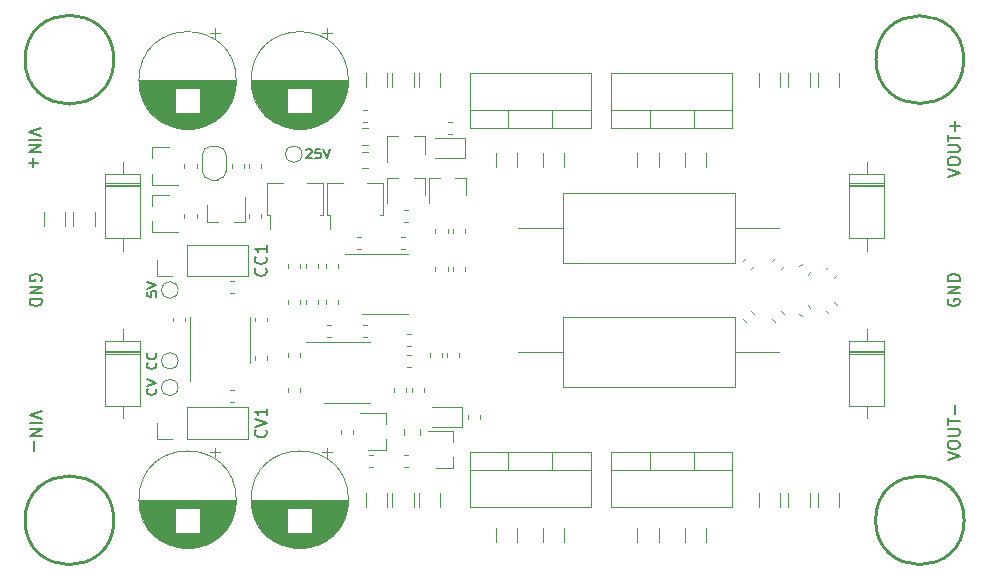
<source format=gbr>
%TF.GenerationSoftware,KiCad,Pcbnew,(5.1.6)-1*%
%TF.CreationDate,2021-05-08T17:44:37+05:30*%
%TF.ProjectId,CC CV Power Supply Rev 3,43432043-5620-4506-9f77-657220537570,rev?*%
%TF.SameCoordinates,Original*%
%TF.FileFunction,Legend,Top*%
%TF.FilePolarity,Positive*%
%FSLAX46Y46*%
G04 Gerber Fmt 4.6, Leading zero omitted, Abs format (unit mm)*
G04 Created by KiCad (PCBNEW (5.1.6)-1) date 2021-05-08 17:44:37*
%MOMM*%
%LPD*%
G01*
G04 APERTURE LIST*
%ADD10C,0.254000*%
%ADD11C,0.152400*%
%ADD12C,0.120000*%
%ADD13C,0.150000*%
G04 APERTURE END LIST*
D10*
X189750000Y-129500000D02*
G75*
G03*
X189750000Y-129500000I-3750000J0D01*
G01*
X117758324Y-129500000D02*
G75*
G03*
X117758324Y-129500000I-3758324J0D01*
G01*
X117758324Y-90500000D02*
G75*
G03*
X117758324Y-90500000I-3758324J0D01*
G01*
X189716517Y-90500000D02*
G75*
G03*
X189716517Y-90500000I-3716517J0D01*
G01*
D11*
X134032380Y-98132304D02*
X134071085Y-98093600D01*
X134148495Y-98054895D01*
X134342019Y-98054895D01*
X134419428Y-98093600D01*
X134458133Y-98132304D01*
X134496838Y-98209714D01*
X134496838Y-98287123D01*
X134458133Y-98403238D01*
X133993676Y-98867695D01*
X134496838Y-98867695D01*
X135232228Y-98054895D02*
X134845180Y-98054895D01*
X134806476Y-98441942D01*
X134845180Y-98403238D01*
X134922590Y-98364533D01*
X135116114Y-98364533D01*
X135193523Y-98403238D01*
X135232228Y-98441942D01*
X135270933Y-98519352D01*
X135270933Y-98712876D01*
X135232228Y-98790285D01*
X135193523Y-98828990D01*
X135116114Y-98867695D01*
X134922590Y-98867695D01*
X134845180Y-98828990D01*
X134806476Y-98790285D01*
X135503161Y-98054895D02*
X135774095Y-98867695D01*
X136045028Y-98054895D01*
X120554895Y-110154819D02*
X120554895Y-110541866D01*
X120941942Y-110580571D01*
X120903238Y-110541866D01*
X120864533Y-110464457D01*
X120864533Y-110270933D01*
X120903238Y-110193523D01*
X120941942Y-110154819D01*
X121019352Y-110116114D01*
X121212876Y-110116114D01*
X121290285Y-110154819D01*
X121328990Y-110193523D01*
X121367695Y-110270933D01*
X121367695Y-110464457D01*
X121328990Y-110541866D01*
X121290285Y-110580571D01*
X120554895Y-109883885D02*
X121367695Y-109612952D01*
X120554895Y-109342019D01*
X121290285Y-116154819D02*
X121328990Y-116193523D01*
X121367695Y-116309638D01*
X121367695Y-116387047D01*
X121328990Y-116503161D01*
X121251580Y-116580571D01*
X121174171Y-116619276D01*
X121019352Y-116657980D01*
X120903238Y-116657980D01*
X120748419Y-116619276D01*
X120671009Y-116580571D01*
X120593600Y-116503161D01*
X120554895Y-116387047D01*
X120554895Y-116309638D01*
X120593600Y-116193523D01*
X120632304Y-116154819D01*
X121290285Y-115342019D02*
X121328990Y-115380723D01*
X121367695Y-115496838D01*
X121367695Y-115574247D01*
X121328990Y-115690361D01*
X121251580Y-115767771D01*
X121174171Y-115806476D01*
X121019352Y-115845180D01*
X120903238Y-115845180D01*
X120748419Y-115806476D01*
X120671009Y-115767771D01*
X120593600Y-115690361D01*
X120554895Y-115574247D01*
X120554895Y-115496838D01*
X120593600Y-115380723D01*
X120632304Y-115342019D01*
X121290285Y-118346761D02*
X121328990Y-118385466D01*
X121367695Y-118501580D01*
X121367695Y-118578990D01*
X121328990Y-118695104D01*
X121251580Y-118772514D01*
X121174171Y-118811219D01*
X121019352Y-118849923D01*
X120903238Y-118849923D01*
X120748419Y-118811219D01*
X120671009Y-118772514D01*
X120593600Y-118695104D01*
X120554895Y-118578990D01*
X120554895Y-118501580D01*
X120593600Y-118385466D01*
X120632304Y-118346761D01*
X120554895Y-118114533D02*
X121367695Y-117843600D01*
X120554895Y-117572666D01*
D12*
%TO.C,R28*%
X114340000Y-104602064D02*
X114340000Y-103397936D01*
X116160000Y-104602064D02*
X116160000Y-103397936D01*
%TO.C,R21*%
X111840000Y-104602064D02*
X111840000Y-103397936D01*
X113660000Y-104602064D02*
X113660000Y-103397936D01*
%TO.C,JP1*%
X127250000Y-98550000D02*
X127250000Y-99950000D01*
X126550000Y-100650000D02*
X125950000Y-100650000D01*
X125250000Y-99950000D02*
X125250000Y-98550000D01*
X125950000Y-97850000D02*
X126550000Y-97850000D01*
X126550000Y-97850000D02*
G75*
G02*
X127250000Y-98550000I0J-700000D01*
G01*
X125250000Y-98550000D02*
G75*
G02*
X125950000Y-97850000I700000J0D01*
G01*
X125950000Y-100650000D02*
G75*
G02*
X125250000Y-99950000I0J700000D01*
G01*
X127250000Y-99950000D02*
G75*
G02*
X126550000Y-100650000I-700000J0D01*
G01*
%TO.C,U6*%
X134146000Y-100956000D02*
X135456000Y-100956000D01*
X135456000Y-100956000D02*
X135456000Y-103676000D01*
X130966000Y-104816000D02*
X130966000Y-103676000D01*
X130736000Y-100956000D02*
X132046000Y-100956000D01*
X130736000Y-103676000D02*
X130736000Y-100956000D01*
X130736000Y-103676000D02*
X130966000Y-103676000D01*
X135456000Y-103676000D02*
X135226000Y-103676000D01*
%TO.C,Q11*%
X120990000Y-97920000D02*
X120990000Y-98850000D01*
X120990000Y-101080000D02*
X120990000Y-100150000D01*
X120990000Y-101080000D02*
X123150000Y-101080000D01*
X120990000Y-97920000D02*
X122450000Y-97920000D01*
%TO.C,U5*%
X139226000Y-100956000D02*
X140536000Y-100956000D01*
X140536000Y-100956000D02*
X140536000Y-103676000D01*
X136046000Y-104816000D02*
X136046000Y-103676000D01*
X135816000Y-100956000D02*
X137126000Y-100956000D01*
X135816000Y-103676000D02*
X135816000Y-100956000D01*
X135816000Y-103676000D02*
X136046000Y-103676000D01*
X140536000Y-103676000D02*
X140306000Y-103676000D01*
%TO.C,R53*%
X148760000Y-120912779D02*
X148760000Y-120587221D01*
X147740000Y-120912779D02*
X147740000Y-120587221D01*
%TO.C,R52*%
X146412779Y-95740000D02*
X146087221Y-95740000D01*
X146412779Y-96760000D02*
X146087221Y-96760000D01*
%TO.C,R14*%
X142662779Y-104260000D02*
X142337221Y-104260000D01*
X142662779Y-103240000D02*
X142337221Y-103240000D01*
%TO.C,TP4*%
X123200000Y-116000000D02*
G75*
G03*
X123200000Y-116000000I-700000J0D01*
G01*
%TO.C,TP3*%
X123200000Y-118250000D02*
G75*
G03*
X123200000Y-118250000I-700000J0D01*
G01*
%TO.C,TP2*%
X133700000Y-98500000D02*
G75*
G03*
X133700000Y-98500000I-700000J0D01*
G01*
%TO.C,TP1*%
X123200000Y-110000000D02*
G75*
G03*
X123200000Y-110000000I-700000J0D01*
G01*
%TO.C,R29*%
X138741422Y-98290000D02*
X139258578Y-98290000D01*
X138741422Y-99710000D02*
X139258578Y-99710000D01*
%TO.C,C32*%
X124760000Y-103587221D02*
X124760000Y-103912779D01*
X123740000Y-103587221D02*
X123740000Y-103912779D01*
%TO.C,R22*%
X139337221Y-125010000D02*
X139662779Y-125010000D01*
X139337221Y-123990000D02*
X139662779Y-123990000D01*
%TO.C,R50*%
X176004478Y-107774273D02*
X175774273Y-108004478D01*
X176725727Y-108495522D02*
X176495522Y-108725727D01*
%TO.C,R49*%
X178254478Y-108024273D02*
X178024273Y-108254478D01*
X178975727Y-108745522D02*
X178745522Y-108975727D01*
%TO.C,R48*%
X146490000Y-104837221D02*
X146490000Y-105162779D01*
X147510000Y-104837221D02*
X147510000Y-105162779D01*
%TO.C,R47*%
X138837221Y-95760000D02*
X139162779Y-95760000D01*
X138837221Y-94740000D02*
X139162779Y-94740000D01*
%TO.C,R34*%
X142662779Y-123990000D02*
X142337221Y-123990000D01*
X142662779Y-125010000D02*
X142337221Y-125010000D01*
%TO.C,R6*%
X136990000Y-121837221D02*
X136990000Y-122162779D01*
X138010000Y-121837221D02*
X138010000Y-122162779D01*
%TO.C,R5*%
X138741422Y-97710000D02*
X139258578Y-97710000D01*
X138741422Y-96290000D02*
X139258578Y-96290000D01*
%TO.C,R4*%
X142290000Y-121741422D02*
X142290000Y-122258578D01*
X143710000Y-121741422D02*
X143710000Y-122258578D01*
%TO.C,Q10*%
X144080000Y-96990000D02*
X144080000Y-98450000D01*
X140920000Y-96990000D02*
X140920000Y-99150000D01*
X140920000Y-96990000D02*
X141850000Y-96990000D01*
X144080000Y-96990000D02*
X143150000Y-96990000D01*
%TO.C,Q9*%
X140760000Y-123580000D02*
X139300000Y-123580000D01*
X140760000Y-120420000D02*
X138600000Y-120420000D01*
X140760000Y-120420000D02*
X140760000Y-121350000D01*
X140760000Y-123580000D02*
X140760000Y-122650000D01*
%TO.C,D6*%
X147500000Y-98850000D02*
X144950000Y-98850000D01*
X147500000Y-97150000D02*
X144950000Y-97150000D01*
X147500000Y-98850000D02*
X147500000Y-97150000D01*
%TO.C,D5*%
X147250000Y-121600000D02*
X144700000Y-121600000D01*
X147250000Y-119900000D02*
X144700000Y-119900000D01*
X147250000Y-121600000D02*
X147250000Y-119900000D01*
%TO.C,C31*%
X171024273Y-112495522D02*
X171254478Y-112725727D01*
X171745522Y-111774273D02*
X171975727Y-112004478D01*
%TO.C,C30*%
X171254478Y-107274273D02*
X171024273Y-107504478D01*
X171975727Y-107995522D02*
X171745522Y-108225727D01*
%TO.C,R51*%
X136162779Y-112990000D02*
X135837221Y-112990000D01*
X136162779Y-114010000D02*
X135837221Y-114010000D01*
%TO.C,R27*%
X174110000Y-115250000D02*
X170320000Y-115250000D01*
X151990000Y-115250000D02*
X155780000Y-115250000D01*
X170320000Y-112280000D02*
X155780000Y-112280000D01*
X170320000Y-118220000D02*
X170320000Y-112280000D01*
X155780000Y-118220000D02*
X170320000Y-118220000D01*
X155780000Y-112280000D02*
X155780000Y-118220000D01*
%TO.C,R26*%
X174110000Y-104750000D02*
X170320000Y-104750000D01*
X151990000Y-104750000D02*
X155780000Y-104750000D01*
X170320000Y-101780000D02*
X155780000Y-101780000D01*
X170320000Y-107720000D02*
X170320000Y-101780000D01*
X155780000Y-107720000D02*
X170320000Y-107720000D01*
X155780000Y-101780000D02*
X155780000Y-107720000D01*
%TO.C,R40*%
X154090000Y-130147936D02*
X154090000Y-131352064D01*
X155910000Y-130147936D02*
X155910000Y-131352064D01*
%TO.C,R39*%
X166090000Y-130147936D02*
X166090000Y-131352064D01*
X167910000Y-130147936D02*
X167910000Y-131352064D01*
%TO.C,R38*%
X155910000Y-99602064D02*
X155910000Y-98397936D01*
X154090000Y-99602064D02*
X154090000Y-98397936D01*
%TO.C,R37*%
X167910000Y-99602064D02*
X167910000Y-98397936D01*
X166090000Y-99602064D02*
X166090000Y-98397936D01*
%TO.C,R13*%
X151910000Y-99602064D02*
X151910000Y-98397936D01*
X150090000Y-99602064D02*
X150090000Y-98397936D01*
%TO.C,R12*%
X163910000Y-99602064D02*
X163910000Y-98397936D01*
X162090000Y-99602064D02*
X162090000Y-98397936D01*
%TO.C,R8*%
X150090000Y-130147936D02*
X150090000Y-131352064D01*
X151910000Y-130147936D02*
X151910000Y-131352064D01*
%TO.C,R7*%
X162090000Y-130147936D02*
X162090000Y-131352064D01*
X163910000Y-130147936D02*
X163910000Y-131352064D01*
%TO.C,R20*%
X146490000Y-108412779D02*
X146490000Y-108087221D01*
X147510000Y-108412779D02*
X147510000Y-108087221D01*
%TO.C,R19*%
X173524273Y-107504478D02*
X173754478Y-107274273D01*
X174245522Y-108225727D02*
X174475727Y-107995522D01*
%TO.C,C2*%
X138337221Y-105490000D02*
X138662779Y-105490000D01*
X138337221Y-106510000D02*
X138662779Y-106510000D01*
%TO.C,R36*%
X130760000Y-112662779D02*
X130760000Y-112337221D01*
X129740000Y-112662779D02*
X129740000Y-112337221D01*
%TO.C,C29*%
X136215000Y-123740302D02*
X135415000Y-123740302D01*
X135815000Y-123340302D02*
X135815000Y-124140302D01*
X134033000Y-131831000D02*
X132967000Y-131831000D01*
X134268000Y-131791000D02*
X132732000Y-131791000D01*
X134448000Y-131751000D02*
X132552000Y-131751000D01*
X134598000Y-131711000D02*
X132402000Y-131711000D01*
X134729000Y-131671000D02*
X132271000Y-131671000D01*
X134846000Y-131631000D02*
X132154000Y-131631000D01*
X134953000Y-131591000D02*
X132047000Y-131591000D01*
X135052000Y-131551000D02*
X131948000Y-131551000D01*
X135145000Y-131511000D02*
X131855000Y-131511000D01*
X135231000Y-131471000D02*
X131769000Y-131471000D01*
X135313000Y-131431000D02*
X131687000Y-131431000D01*
X135390000Y-131391000D02*
X131610000Y-131391000D01*
X135464000Y-131351000D02*
X131536000Y-131351000D01*
X135534000Y-131311000D02*
X131466000Y-131311000D01*
X135602000Y-131271000D02*
X131398000Y-131271000D01*
X135666000Y-131231000D02*
X131334000Y-131231000D01*
X135728000Y-131191000D02*
X131272000Y-131191000D01*
X135787000Y-131151000D02*
X131213000Y-131151000D01*
X135845000Y-131111000D02*
X131155000Y-131111000D01*
X135900000Y-131071000D02*
X131100000Y-131071000D01*
X135954000Y-131031000D02*
X131046000Y-131031000D01*
X136005000Y-130991000D02*
X130995000Y-130991000D01*
X136056000Y-130951000D02*
X130944000Y-130951000D01*
X136104000Y-130911000D02*
X130896000Y-130911000D01*
X136151000Y-130871000D02*
X130849000Y-130871000D01*
X136197000Y-130831000D02*
X130803000Y-130831000D01*
X136241000Y-130791000D02*
X130759000Y-130791000D01*
X136284000Y-130751000D02*
X130716000Y-130751000D01*
X136326000Y-130711000D02*
X130674000Y-130711000D01*
X136367000Y-130671000D02*
X130633000Y-130671000D01*
X136407000Y-130631000D02*
X130593000Y-130631000D01*
X136445000Y-130591000D02*
X130555000Y-130591000D01*
X136483000Y-130551000D02*
X130517000Y-130551000D01*
X132460000Y-130511000D02*
X130481000Y-130511000D01*
X136519000Y-130511000D02*
X134540000Y-130511000D01*
X132460000Y-130471000D02*
X130445000Y-130471000D01*
X136555000Y-130471000D02*
X134540000Y-130471000D01*
X132460000Y-130431000D02*
X130410000Y-130431000D01*
X136590000Y-130431000D02*
X134540000Y-130431000D01*
X132460000Y-130391000D02*
X130376000Y-130391000D01*
X136624000Y-130391000D02*
X134540000Y-130391000D01*
X132460000Y-130351000D02*
X130344000Y-130351000D01*
X136656000Y-130351000D02*
X134540000Y-130351000D01*
X132460000Y-130311000D02*
X130311000Y-130311000D01*
X136689000Y-130311000D02*
X134540000Y-130311000D01*
X132460000Y-130271000D02*
X130280000Y-130271000D01*
X136720000Y-130271000D02*
X134540000Y-130271000D01*
X132460000Y-130231000D02*
X130250000Y-130231000D01*
X136750000Y-130231000D02*
X134540000Y-130231000D01*
X132460000Y-130191000D02*
X130220000Y-130191000D01*
X136780000Y-130191000D02*
X134540000Y-130191000D01*
X132460000Y-130151000D02*
X130191000Y-130151000D01*
X136809000Y-130151000D02*
X134540000Y-130151000D01*
X132460000Y-130111000D02*
X130162000Y-130111000D01*
X136838000Y-130111000D02*
X134540000Y-130111000D01*
X132460000Y-130071000D02*
X130135000Y-130071000D01*
X136865000Y-130071000D02*
X134540000Y-130071000D01*
X132460000Y-130031000D02*
X130108000Y-130031000D01*
X136892000Y-130031000D02*
X134540000Y-130031000D01*
X132460000Y-129991000D02*
X130082000Y-129991000D01*
X136918000Y-129991000D02*
X134540000Y-129991000D01*
X132460000Y-129951000D02*
X130056000Y-129951000D01*
X136944000Y-129951000D02*
X134540000Y-129951000D01*
X132460000Y-129911000D02*
X130031000Y-129911000D01*
X136969000Y-129911000D02*
X134540000Y-129911000D01*
X132460000Y-129871000D02*
X130007000Y-129871000D01*
X136993000Y-129871000D02*
X134540000Y-129871000D01*
X132460000Y-129831000D02*
X129983000Y-129831000D01*
X137017000Y-129831000D02*
X134540000Y-129831000D01*
X132460000Y-129791000D02*
X129960000Y-129791000D01*
X137040000Y-129791000D02*
X134540000Y-129791000D01*
X132460000Y-129751000D02*
X129938000Y-129751000D01*
X137062000Y-129751000D02*
X134540000Y-129751000D01*
X132460000Y-129711000D02*
X129916000Y-129711000D01*
X137084000Y-129711000D02*
X134540000Y-129711000D01*
X132460000Y-129671000D02*
X129894000Y-129671000D01*
X137106000Y-129671000D02*
X134540000Y-129671000D01*
X132460000Y-129631000D02*
X129873000Y-129631000D01*
X137127000Y-129631000D02*
X134540000Y-129631000D01*
X132460000Y-129591000D02*
X129853000Y-129591000D01*
X137147000Y-129591000D02*
X134540000Y-129591000D01*
X132460000Y-129551000D02*
X129834000Y-129551000D01*
X137166000Y-129551000D02*
X134540000Y-129551000D01*
X132460000Y-129511000D02*
X129814000Y-129511000D01*
X137186000Y-129511000D02*
X134540000Y-129511000D01*
X132460000Y-129471000D02*
X129796000Y-129471000D01*
X137204000Y-129471000D02*
X134540000Y-129471000D01*
X132460000Y-129431000D02*
X129778000Y-129431000D01*
X137222000Y-129431000D02*
X134540000Y-129431000D01*
X132460000Y-129391000D02*
X129760000Y-129391000D01*
X137240000Y-129391000D02*
X134540000Y-129391000D01*
X132460000Y-129351000D02*
X129743000Y-129351000D01*
X137257000Y-129351000D02*
X134540000Y-129351000D01*
X132460000Y-129311000D02*
X129726000Y-129311000D01*
X137274000Y-129311000D02*
X134540000Y-129311000D01*
X132460000Y-129271000D02*
X129710000Y-129271000D01*
X137290000Y-129271000D02*
X134540000Y-129271000D01*
X132460000Y-129231000D02*
X129695000Y-129231000D01*
X137305000Y-129231000D02*
X134540000Y-129231000D01*
X132460000Y-129191000D02*
X129679000Y-129191000D01*
X137321000Y-129191000D02*
X134540000Y-129191000D01*
X132460000Y-129151000D02*
X129665000Y-129151000D01*
X137335000Y-129151000D02*
X134540000Y-129151000D01*
X132460000Y-129111000D02*
X129650000Y-129111000D01*
X137350000Y-129111000D02*
X134540000Y-129111000D01*
X132460000Y-129071000D02*
X129637000Y-129071000D01*
X137363000Y-129071000D02*
X134540000Y-129071000D01*
X132460000Y-129031000D02*
X129623000Y-129031000D01*
X137377000Y-129031000D02*
X134540000Y-129031000D01*
X132460000Y-128991000D02*
X129611000Y-128991000D01*
X137389000Y-128991000D02*
X134540000Y-128991000D01*
X132460000Y-128951000D02*
X129598000Y-128951000D01*
X137402000Y-128951000D02*
X134540000Y-128951000D01*
X132460000Y-128911000D02*
X129586000Y-128911000D01*
X137414000Y-128911000D02*
X134540000Y-128911000D01*
X132460000Y-128871000D02*
X129575000Y-128871000D01*
X137425000Y-128871000D02*
X134540000Y-128871000D01*
X132460000Y-128831000D02*
X129564000Y-128831000D01*
X137436000Y-128831000D02*
X134540000Y-128831000D01*
X132460000Y-128791000D02*
X129553000Y-128791000D01*
X137447000Y-128791000D02*
X134540000Y-128791000D01*
X132460000Y-128751000D02*
X129543000Y-128751000D01*
X137457000Y-128751000D02*
X134540000Y-128751000D01*
X132460000Y-128711000D02*
X129533000Y-128711000D01*
X137467000Y-128711000D02*
X134540000Y-128711000D01*
X132460000Y-128671000D02*
X129524000Y-128671000D01*
X137476000Y-128671000D02*
X134540000Y-128671000D01*
X132460000Y-128631000D02*
X129515000Y-128631000D01*
X137485000Y-128631000D02*
X134540000Y-128631000D01*
X132460000Y-128591000D02*
X129506000Y-128591000D01*
X137494000Y-128591000D02*
X134540000Y-128591000D01*
X132460000Y-128551000D02*
X129498000Y-128551000D01*
X137502000Y-128551000D02*
X134540000Y-128551000D01*
X132460000Y-128511000D02*
X129490000Y-128511000D01*
X137510000Y-128511000D02*
X134540000Y-128511000D01*
X132460000Y-128471000D02*
X129483000Y-128471000D01*
X137517000Y-128471000D02*
X134540000Y-128471000D01*
X137524000Y-128430000D02*
X129476000Y-128430000D01*
X137530000Y-128390000D02*
X129470000Y-128390000D01*
X137537000Y-128350000D02*
X129463000Y-128350000D01*
X137542000Y-128310000D02*
X129458000Y-128310000D01*
X137548000Y-128270000D02*
X129452000Y-128270000D01*
X137552000Y-128230000D02*
X129448000Y-128230000D01*
X137557000Y-128190000D02*
X129443000Y-128190000D01*
X137561000Y-128150000D02*
X129439000Y-128150000D01*
X137565000Y-128110000D02*
X129435000Y-128110000D01*
X137568000Y-128070000D02*
X129432000Y-128070000D01*
X137571000Y-128030000D02*
X129429000Y-128030000D01*
X137574000Y-127990000D02*
X129426000Y-127990000D01*
X137576000Y-127950000D02*
X129424000Y-127950000D01*
X137577000Y-127910000D02*
X129423000Y-127910000D01*
X137579000Y-127870000D02*
X129421000Y-127870000D01*
X137580000Y-127830000D02*
X129420000Y-127830000D01*
X137580000Y-127790000D02*
X129420000Y-127790000D01*
X137580000Y-127750000D02*
X129420000Y-127750000D01*
X137620000Y-127750000D02*
G75*
G03*
X137620000Y-127750000I-4120000J0D01*
G01*
%TO.C,C28*%
X136215000Y-88240302D02*
X135415000Y-88240302D01*
X135815000Y-87840302D02*
X135815000Y-88640302D01*
X134033000Y-96331000D02*
X132967000Y-96331000D01*
X134268000Y-96291000D02*
X132732000Y-96291000D01*
X134448000Y-96251000D02*
X132552000Y-96251000D01*
X134598000Y-96211000D02*
X132402000Y-96211000D01*
X134729000Y-96171000D02*
X132271000Y-96171000D01*
X134846000Y-96131000D02*
X132154000Y-96131000D01*
X134953000Y-96091000D02*
X132047000Y-96091000D01*
X135052000Y-96051000D02*
X131948000Y-96051000D01*
X135145000Y-96011000D02*
X131855000Y-96011000D01*
X135231000Y-95971000D02*
X131769000Y-95971000D01*
X135313000Y-95931000D02*
X131687000Y-95931000D01*
X135390000Y-95891000D02*
X131610000Y-95891000D01*
X135464000Y-95851000D02*
X131536000Y-95851000D01*
X135534000Y-95811000D02*
X131466000Y-95811000D01*
X135602000Y-95771000D02*
X131398000Y-95771000D01*
X135666000Y-95731000D02*
X131334000Y-95731000D01*
X135728000Y-95691000D02*
X131272000Y-95691000D01*
X135787000Y-95651000D02*
X131213000Y-95651000D01*
X135845000Y-95611000D02*
X131155000Y-95611000D01*
X135900000Y-95571000D02*
X131100000Y-95571000D01*
X135954000Y-95531000D02*
X131046000Y-95531000D01*
X136005000Y-95491000D02*
X130995000Y-95491000D01*
X136056000Y-95451000D02*
X130944000Y-95451000D01*
X136104000Y-95411000D02*
X130896000Y-95411000D01*
X136151000Y-95371000D02*
X130849000Y-95371000D01*
X136197000Y-95331000D02*
X130803000Y-95331000D01*
X136241000Y-95291000D02*
X130759000Y-95291000D01*
X136284000Y-95251000D02*
X130716000Y-95251000D01*
X136326000Y-95211000D02*
X130674000Y-95211000D01*
X136367000Y-95171000D02*
X130633000Y-95171000D01*
X136407000Y-95131000D02*
X130593000Y-95131000D01*
X136445000Y-95091000D02*
X130555000Y-95091000D01*
X136483000Y-95051000D02*
X130517000Y-95051000D01*
X132460000Y-95011000D02*
X130481000Y-95011000D01*
X136519000Y-95011000D02*
X134540000Y-95011000D01*
X132460000Y-94971000D02*
X130445000Y-94971000D01*
X136555000Y-94971000D02*
X134540000Y-94971000D01*
X132460000Y-94931000D02*
X130410000Y-94931000D01*
X136590000Y-94931000D02*
X134540000Y-94931000D01*
X132460000Y-94891000D02*
X130376000Y-94891000D01*
X136624000Y-94891000D02*
X134540000Y-94891000D01*
X132460000Y-94851000D02*
X130344000Y-94851000D01*
X136656000Y-94851000D02*
X134540000Y-94851000D01*
X132460000Y-94811000D02*
X130311000Y-94811000D01*
X136689000Y-94811000D02*
X134540000Y-94811000D01*
X132460000Y-94771000D02*
X130280000Y-94771000D01*
X136720000Y-94771000D02*
X134540000Y-94771000D01*
X132460000Y-94731000D02*
X130250000Y-94731000D01*
X136750000Y-94731000D02*
X134540000Y-94731000D01*
X132460000Y-94691000D02*
X130220000Y-94691000D01*
X136780000Y-94691000D02*
X134540000Y-94691000D01*
X132460000Y-94651000D02*
X130191000Y-94651000D01*
X136809000Y-94651000D02*
X134540000Y-94651000D01*
X132460000Y-94611000D02*
X130162000Y-94611000D01*
X136838000Y-94611000D02*
X134540000Y-94611000D01*
X132460000Y-94571000D02*
X130135000Y-94571000D01*
X136865000Y-94571000D02*
X134540000Y-94571000D01*
X132460000Y-94531000D02*
X130108000Y-94531000D01*
X136892000Y-94531000D02*
X134540000Y-94531000D01*
X132460000Y-94491000D02*
X130082000Y-94491000D01*
X136918000Y-94491000D02*
X134540000Y-94491000D01*
X132460000Y-94451000D02*
X130056000Y-94451000D01*
X136944000Y-94451000D02*
X134540000Y-94451000D01*
X132460000Y-94411000D02*
X130031000Y-94411000D01*
X136969000Y-94411000D02*
X134540000Y-94411000D01*
X132460000Y-94371000D02*
X130007000Y-94371000D01*
X136993000Y-94371000D02*
X134540000Y-94371000D01*
X132460000Y-94331000D02*
X129983000Y-94331000D01*
X137017000Y-94331000D02*
X134540000Y-94331000D01*
X132460000Y-94291000D02*
X129960000Y-94291000D01*
X137040000Y-94291000D02*
X134540000Y-94291000D01*
X132460000Y-94251000D02*
X129938000Y-94251000D01*
X137062000Y-94251000D02*
X134540000Y-94251000D01*
X132460000Y-94211000D02*
X129916000Y-94211000D01*
X137084000Y-94211000D02*
X134540000Y-94211000D01*
X132460000Y-94171000D02*
X129894000Y-94171000D01*
X137106000Y-94171000D02*
X134540000Y-94171000D01*
X132460000Y-94131000D02*
X129873000Y-94131000D01*
X137127000Y-94131000D02*
X134540000Y-94131000D01*
X132460000Y-94091000D02*
X129853000Y-94091000D01*
X137147000Y-94091000D02*
X134540000Y-94091000D01*
X132460000Y-94051000D02*
X129834000Y-94051000D01*
X137166000Y-94051000D02*
X134540000Y-94051000D01*
X132460000Y-94011000D02*
X129814000Y-94011000D01*
X137186000Y-94011000D02*
X134540000Y-94011000D01*
X132460000Y-93971000D02*
X129796000Y-93971000D01*
X137204000Y-93971000D02*
X134540000Y-93971000D01*
X132460000Y-93931000D02*
X129778000Y-93931000D01*
X137222000Y-93931000D02*
X134540000Y-93931000D01*
X132460000Y-93891000D02*
X129760000Y-93891000D01*
X137240000Y-93891000D02*
X134540000Y-93891000D01*
X132460000Y-93851000D02*
X129743000Y-93851000D01*
X137257000Y-93851000D02*
X134540000Y-93851000D01*
X132460000Y-93811000D02*
X129726000Y-93811000D01*
X137274000Y-93811000D02*
X134540000Y-93811000D01*
X132460000Y-93771000D02*
X129710000Y-93771000D01*
X137290000Y-93771000D02*
X134540000Y-93771000D01*
X132460000Y-93731000D02*
X129695000Y-93731000D01*
X137305000Y-93731000D02*
X134540000Y-93731000D01*
X132460000Y-93691000D02*
X129679000Y-93691000D01*
X137321000Y-93691000D02*
X134540000Y-93691000D01*
X132460000Y-93651000D02*
X129665000Y-93651000D01*
X137335000Y-93651000D02*
X134540000Y-93651000D01*
X132460000Y-93611000D02*
X129650000Y-93611000D01*
X137350000Y-93611000D02*
X134540000Y-93611000D01*
X132460000Y-93571000D02*
X129637000Y-93571000D01*
X137363000Y-93571000D02*
X134540000Y-93571000D01*
X132460000Y-93531000D02*
X129623000Y-93531000D01*
X137377000Y-93531000D02*
X134540000Y-93531000D01*
X132460000Y-93491000D02*
X129611000Y-93491000D01*
X137389000Y-93491000D02*
X134540000Y-93491000D01*
X132460000Y-93451000D02*
X129598000Y-93451000D01*
X137402000Y-93451000D02*
X134540000Y-93451000D01*
X132460000Y-93411000D02*
X129586000Y-93411000D01*
X137414000Y-93411000D02*
X134540000Y-93411000D01*
X132460000Y-93371000D02*
X129575000Y-93371000D01*
X137425000Y-93371000D02*
X134540000Y-93371000D01*
X132460000Y-93331000D02*
X129564000Y-93331000D01*
X137436000Y-93331000D02*
X134540000Y-93331000D01*
X132460000Y-93291000D02*
X129553000Y-93291000D01*
X137447000Y-93291000D02*
X134540000Y-93291000D01*
X132460000Y-93251000D02*
X129543000Y-93251000D01*
X137457000Y-93251000D02*
X134540000Y-93251000D01*
X132460000Y-93211000D02*
X129533000Y-93211000D01*
X137467000Y-93211000D02*
X134540000Y-93211000D01*
X132460000Y-93171000D02*
X129524000Y-93171000D01*
X137476000Y-93171000D02*
X134540000Y-93171000D01*
X132460000Y-93131000D02*
X129515000Y-93131000D01*
X137485000Y-93131000D02*
X134540000Y-93131000D01*
X132460000Y-93091000D02*
X129506000Y-93091000D01*
X137494000Y-93091000D02*
X134540000Y-93091000D01*
X132460000Y-93051000D02*
X129498000Y-93051000D01*
X137502000Y-93051000D02*
X134540000Y-93051000D01*
X132460000Y-93011000D02*
X129490000Y-93011000D01*
X137510000Y-93011000D02*
X134540000Y-93011000D01*
X132460000Y-92971000D02*
X129483000Y-92971000D01*
X137517000Y-92971000D02*
X134540000Y-92971000D01*
X137524000Y-92930000D02*
X129476000Y-92930000D01*
X137530000Y-92890000D02*
X129470000Y-92890000D01*
X137537000Y-92850000D02*
X129463000Y-92850000D01*
X137542000Y-92810000D02*
X129458000Y-92810000D01*
X137548000Y-92770000D02*
X129452000Y-92770000D01*
X137552000Y-92730000D02*
X129448000Y-92730000D01*
X137557000Y-92690000D02*
X129443000Y-92690000D01*
X137561000Y-92650000D02*
X129439000Y-92650000D01*
X137565000Y-92610000D02*
X129435000Y-92610000D01*
X137568000Y-92570000D02*
X129432000Y-92570000D01*
X137571000Y-92530000D02*
X129429000Y-92530000D01*
X137574000Y-92490000D02*
X129426000Y-92490000D01*
X137576000Y-92450000D02*
X129424000Y-92450000D01*
X137577000Y-92410000D02*
X129423000Y-92410000D01*
X137579000Y-92370000D02*
X129421000Y-92370000D01*
X137580000Y-92330000D02*
X129420000Y-92330000D01*
X137580000Y-92290000D02*
X129420000Y-92290000D01*
X137580000Y-92250000D02*
X129420000Y-92250000D01*
X137620000Y-92250000D02*
G75*
G03*
X137620000Y-92250000I-4120000J0D01*
G01*
%TO.C,U3*%
X125670000Y-104260000D02*
X126600000Y-104260000D01*
X128830000Y-104260000D02*
X127900000Y-104260000D01*
X128830000Y-104260000D02*
X128830000Y-102100000D01*
X125670000Y-104260000D02*
X125670000Y-102800000D01*
%TO.C,U4*%
X129310000Y-114250000D02*
X129310000Y-112300000D01*
X129310000Y-114250000D02*
X129310000Y-116200000D01*
X124190000Y-114250000D02*
X124190000Y-112300000D01*
X124190000Y-114250000D02*
X124190000Y-117700000D01*
%TO.C,R10*%
X129740000Y-115912779D02*
X129740000Y-115587221D01*
X130760000Y-115912779D02*
X130760000Y-115587221D01*
%TO.C,C1*%
X142087221Y-105490000D02*
X142412779Y-105490000D01*
X142087221Y-106510000D02*
X142412779Y-106510000D01*
%TO.C,Q8*%
X144080000Y-100490000D02*
X143150000Y-100490000D01*
X140920000Y-100490000D02*
X141850000Y-100490000D01*
X140920000Y-100490000D02*
X140920000Y-102650000D01*
X144080000Y-100490000D02*
X144080000Y-101950000D01*
%TO.C,Q3*%
X147580000Y-100490000D02*
X146650000Y-100490000D01*
X144420000Y-100490000D02*
X145350000Y-100490000D01*
X144420000Y-100490000D02*
X144420000Y-102650000D01*
X147580000Y-100490000D02*
X147580000Y-101950000D01*
%TO.C,Q2*%
X146510000Y-125080000D02*
X146510000Y-124150000D01*
X146510000Y-121920000D02*
X146510000Y-122850000D01*
X146510000Y-121920000D02*
X144350000Y-121920000D01*
X146510000Y-125080000D02*
X145050000Y-125080000D01*
%TO.C,Q1*%
X120990000Y-101920000D02*
X120990000Y-102850000D01*
X120990000Y-105080000D02*
X120990000Y-104150000D01*
X120990000Y-105080000D02*
X123150000Y-105080000D01*
X120990000Y-101920000D02*
X122450000Y-101920000D01*
%TO.C,CV1*%
X129120000Y-122580000D02*
X129120000Y-119920000D01*
X123980000Y-122580000D02*
X129120000Y-122580000D01*
X123980000Y-119920000D02*
X129120000Y-119920000D01*
X123980000Y-122580000D02*
X123980000Y-119920000D01*
X122710000Y-122580000D02*
X121380000Y-122580000D01*
X121380000Y-122580000D02*
X121380000Y-121250000D01*
%TO.C,CC1*%
X129120000Y-108830000D02*
X129120000Y-106170000D01*
X123980000Y-108830000D02*
X129120000Y-108830000D01*
X123980000Y-106170000D02*
X129120000Y-106170000D01*
X123980000Y-108830000D02*
X123980000Y-106170000D01*
X122710000Y-108830000D02*
X121380000Y-108830000D01*
X121380000Y-108830000D02*
X121380000Y-107500000D01*
%TO.C,D4*%
X182970000Y-115140000D02*
X180030000Y-115140000D01*
X182970000Y-115380000D02*
X180030000Y-115380000D01*
X182970000Y-115260000D02*
X180030000Y-115260000D01*
X181500000Y-120820000D02*
X181500000Y-119800000D01*
X181500000Y-113340000D02*
X181500000Y-114360000D01*
X182970000Y-119800000D02*
X182970000Y-114360000D01*
X180030000Y-119800000D02*
X182970000Y-119800000D01*
X180030000Y-114360000D02*
X180030000Y-119800000D01*
X182970000Y-114360000D02*
X180030000Y-114360000D01*
%TO.C,D3*%
X182970000Y-100980000D02*
X180030000Y-100980000D01*
X182970000Y-101220000D02*
X180030000Y-101220000D01*
X182970000Y-101100000D02*
X180030000Y-101100000D01*
X181500000Y-106660000D02*
X181500000Y-105640000D01*
X181500000Y-99180000D02*
X181500000Y-100200000D01*
X182970000Y-105640000D02*
X182970000Y-100200000D01*
X180030000Y-105640000D02*
X182970000Y-105640000D01*
X180030000Y-100200000D02*
X180030000Y-105640000D01*
X182970000Y-100200000D02*
X180030000Y-100200000D01*
%TO.C,D2*%
X119970000Y-115140000D02*
X117030000Y-115140000D01*
X119970000Y-115380000D02*
X117030000Y-115380000D01*
X119970000Y-115260000D02*
X117030000Y-115260000D01*
X118500000Y-120820000D02*
X118500000Y-119800000D01*
X118500000Y-113340000D02*
X118500000Y-114360000D01*
X119970000Y-119800000D02*
X119970000Y-114360000D01*
X117030000Y-119800000D02*
X119970000Y-119800000D01*
X117030000Y-114360000D02*
X117030000Y-119800000D01*
X119970000Y-114360000D02*
X117030000Y-114360000D01*
%TO.C,D1*%
X119970000Y-100980000D02*
X117030000Y-100980000D01*
X119970000Y-101220000D02*
X117030000Y-101220000D01*
X119970000Y-101100000D02*
X117030000Y-101100000D01*
X118500000Y-106660000D02*
X118500000Y-105640000D01*
X118500000Y-99180000D02*
X118500000Y-100200000D01*
X119970000Y-105640000D02*
X119970000Y-100200000D01*
X117030000Y-105640000D02*
X119970000Y-105640000D01*
X117030000Y-100200000D02*
X117030000Y-105640000D01*
X119970000Y-100200000D02*
X117030000Y-100200000D01*
%TO.C,U2*%
X137500000Y-114440000D02*
X134050000Y-114440000D01*
X137500000Y-114440000D02*
X139450000Y-114440000D01*
X137500000Y-119560000D02*
X135550000Y-119560000D01*
X137500000Y-119560000D02*
X139450000Y-119560000D01*
%TO.C,R3*%
X129240000Y-103587221D02*
X129240000Y-103912779D01*
X130260000Y-103587221D02*
X130260000Y-103912779D01*
%TO.C,U1*%
X140750000Y-106940000D02*
X137300000Y-106940000D01*
X140750000Y-106940000D02*
X142700000Y-106940000D01*
X140750000Y-112060000D02*
X138800000Y-112060000D01*
X140750000Y-112060000D02*
X142700000Y-112060000D01*
%TO.C,C4*%
X128120000Y-92250000D02*
G75*
G03*
X128120000Y-92250000I-4120000J0D01*
G01*
X128080000Y-92250000D02*
X119920000Y-92250000D01*
X128080000Y-92290000D02*
X119920000Y-92290000D01*
X128080000Y-92330000D02*
X119920000Y-92330000D01*
X128079000Y-92370000D02*
X119921000Y-92370000D01*
X128077000Y-92410000D02*
X119923000Y-92410000D01*
X128076000Y-92450000D02*
X119924000Y-92450000D01*
X128074000Y-92490000D02*
X119926000Y-92490000D01*
X128071000Y-92530000D02*
X119929000Y-92530000D01*
X128068000Y-92570000D02*
X119932000Y-92570000D01*
X128065000Y-92610000D02*
X119935000Y-92610000D01*
X128061000Y-92650000D02*
X119939000Y-92650000D01*
X128057000Y-92690000D02*
X119943000Y-92690000D01*
X128052000Y-92730000D02*
X119948000Y-92730000D01*
X128048000Y-92770000D02*
X119952000Y-92770000D01*
X128042000Y-92810000D02*
X119958000Y-92810000D01*
X128037000Y-92850000D02*
X119963000Y-92850000D01*
X128030000Y-92890000D02*
X119970000Y-92890000D01*
X128024000Y-92930000D02*
X119976000Y-92930000D01*
X128017000Y-92971000D02*
X125040000Y-92971000D01*
X122960000Y-92971000D02*
X119983000Y-92971000D01*
X128010000Y-93011000D02*
X125040000Y-93011000D01*
X122960000Y-93011000D02*
X119990000Y-93011000D01*
X128002000Y-93051000D02*
X125040000Y-93051000D01*
X122960000Y-93051000D02*
X119998000Y-93051000D01*
X127994000Y-93091000D02*
X125040000Y-93091000D01*
X122960000Y-93091000D02*
X120006000Y-93091000D01*
X127985000Y-93131000D02*
X125040000Y-93131000D01*
X122960000Y-93131000D02*
X120015000Y-93131000D01*
X127976000Y-93171000D02*
X125040000Y-93171000D01*
X122960000Y-93171000D02*
X120024000Y-93171000D01*
X127967000Y-93211000D02*
X125040000Y-93211000D01*
X122960000Y-93211000D02*
X120033000Y-93211000D01*
X127957000Y-93251000D02*
X125040000Y-93251000D01*
X122960000Y-93251000D02*
X120043000Y-93251000D01*
X127947000Y-93291000D02*
X125040000Y-93291000D01*
X122960000Y-93291000D02*
X120053000Y-93291000D01*
X127936000Y-93331000D02*
X125040000Y-93331000D01*
X122960000Y-93331000D02*
X120064000Y-93331000D01*
X127925000Y-93371000D02*
X125040000Y-93371000D01*
X122960000Y-93371000D02*
X120075000Y-93371000D01*
X127914000Y-93411000D02*
X125040000Y-93411000D01*
X122960000Y-93411000D02*
X120086000Y-93411000D01*
X127902000Y-93451000D02*
X125040000Y-93451000D01*
X122960000Y-93451000D02*
X120098000Y-93451000D01*
X127889000Y-93491000D02*
X125040000Y-93491000D01*
X122960000Y-93491000D02*
X120111000Y-93491000D01*
X127877000Y-93531000D02*
X125040000Y-93531000D01*
X122960000Y-93531000D02*
X120123000Y-93531000D01*
X127863000Y-93571000D02*
X125040000Y-93571000D01*
X122960000Y-93571000D02*
X120137000Y-93571000D01*
X127850000Y-93611000D02*
X125040000Y-93611000D01*
X122960000Y-93611000D02*
X120150000Y-93611000D01*
X127835000Y-93651000D02*
X125040000Y-93651000D01*
X122960000Y-93651000D02*
X120165000Y-93651000D01*
X127821000Y-93691000D02*
X125040000Y-93691000D01*
X122960000Y-93691000D02*
X120179000Y-93691000D01*
X127805000Y-93731000D02*
X125040000Y-93731000D01*
X122960000Y-93731000D02*
X120195000Y-93731000D01*
X127790000Y-93771000D02*
X125040000Y-93771000D01*
X122960000Y-93771000D02*
X120210000Y-93771000D01*
X127774000Y-93811000D02*
X125040000Y-93811000D01*
X122960000Y-93811000D02*
X120226000Y-93811000D01*
X127757000Y-93851000D02*
X125040000Y-93851000D01*
X122960000Y-93851000D02*
X120243000Y-93851000D01*
X127740000Y-93891000D02*
X125040000Y-93891000D01*
X122960000Y-93891000D02*
X120260000Y-93891000D01*
X127722000Y-93931000D02*
X125040000Y-93931000D01*
X122960000Y-93931000D02*
X120278000Y-93931000D01*
X127704000Y-93971000D02*
X125040000Y-93971000D01*
X122960000Y-93971000D02*
X120296000Y-93971000D01*
X127686000Y-94011000D02*
X125040000Y-94011000D01*
X122960000Y-94011000D02*
X120314000Y-94011000D01*
X127666000Y-94051000D02*
X125040000Y-94051000D01*
X122960000Y-94051000D02*
X120334000Y-94051000D01*
X127647000Y-94091000D02*
X125040000Y-94091000D01*
X122960000Y-94091000D02*
X120353000Y-94091000D01*
X127627000Y-94131000D02*
X125040000Y-94131000D01*
X122960000Y-94131000D02*
X120373000Y-94131000D01*
X127606000Y-94171000D02*
X125040000Y-94171000D01*
X122960000Y-94171000D02*
X120394000Y-94171000D01*
X127584000Y-94211000D02*
X125040000Y-94211000D01*
X122960000Y-94211000D02*
X120416000Y-94211000D01*
X127562000Y-94251000D02*
X125040000Y-94251000D01*
X122960000Y-94251000D02*
X120438000Y-94251000D01*
X127540000Y-94291000D02*
X125040000Y-94291000D01*
X122960000Y-94291000D02*
X120460000Y-94291000D01*
X127517000Y-94331000D02*
X125040000Y-94331000D01*
X122960000Y-94331000D02*
X120483000Y-94331000D01*
X127493000Y-94371000D02*
X125040000Y-94371000D01*
X122960000Y-94371000D02*
X120507000Y-94371000D01*
X127469000Y-94411000D02*
X125040000Y-94411000D01*
X122960000Y-94411000D02*
X120531000Y-94411000D01*
X127444000Y-94451000D02*
X125040000Y-94451000D01*
X122960000Y-94451000D02*
X120556000Y-94451000D01*
X127418000Y-94491000D02*
X125040000Y-94491000D01*
X122960000Y-94491000D02*
X120582000Y-94491000D01*
X127392000Y-94531000D02*
X125040000Y-94531000D01*
X122960000Y-94531000D02*
X120608000Y-94531000D01*
X127365000Y-94571000D02*
X125040000Y-94571000D01*
X122960000Y-94571000D02*
X120635000Y-94571000D01*
X127338000Y-94611000D02*
X125040000Y-94611000D01*
X122960000Y-94611000D02*
X120662000Y-94611000D01*
X127309000Y-94651000D02*
X125040000Y-94651000D01*
X122960000Y-94651000D02*
X120691000Y-94651000D01*
X127280000Y-94691000D02*
X125040000Y-94691000D01*
X122960000Y-94691000D02*
X120720000Y-94691000D01*
X127250000Y-94731000D02*
X125040000Y-94731000D01*
X122960000Y-94731000D02*
X120750000Y-94731000D01*
X127220000Y-94771000D02*
X125040000Y-94771000D01*
X122960000Y-94771000D02*
X120780000Y-94771000D01*
X127189000Y-94811000D02*
X125040000Y-94811000D01*
X122960000Y-94811000D02*
X120811000Y-94811000D01*
X127156000Y-94851000D02*
X125040000Y-94851000D01*
X122960000Y-94851000D02*
X120844000Y-94851000D01*
X127124000Y-94891000D02*
X125040000Y-94891000D01*
X122960000Y-94891000D02*
X120876000Y-94891000D01*
X127090000Y-94931000D02*
X125040000Y-94931000D01*
X122960000Y-94931000D02*
X120910000Y-94931000D01*
X127055000Y-94971000D02*
X125040000Y-94971000D01*
X122960000Y-94971000D02*
X120945000Y-94971000D01*
X127019000Y-95011000D02*
X125040000Y-95011000D01*
X122960000Y-95011000D02*
X120981000Y-95011000D01*
X126983000Y-95051000D02*
X121017000Y-95051000D01*
X126945000Y-95091000D02*
X121055000Y-95091000D01*
X126907000Y-95131000D02*
X121093000Y-95131000D01*
X126867000Y-95171000D02*
X121133000Y-95171000D01*
X126826000Y-95211000D02*
X121174000Y-95211000D01*
X126784000Y-95251000D02*
X121216000Y-95251000D01*
X126741000Y-95291000D02*
X121259000Y-95291000D01*
X126697000Y-95331000D02*
X121303000Y-95331000D01*
X126651000Y-95371000D02*
X121349000Y-95371000D01*
X126604000Y-95411000D02*
X121396000Y-95411000D01*
X126556000Y-95451000D02*
X121444000Y-95451000D01*
X126505000Y-95491000D02*
X121495000Y-95491000D01*
X126454000Y-95531000D02*
X121546000Y-95531000D01*
X126400000Y-95571000D02*
X121600000Y-95571000D01*
X126345000Y-95611000D02*
X121655000Y-95611000D01*
X126287000Y-95651000D02*
X121713000Y-95651000D01*
X126228000Y-95691000D02*
X121772000Y-95691000D01*
X126166000Y-95731000D02*
X121834000Y-95731000D01*
X126102000Y-95771000D02*
X121898000Y-95771000D01*
X126034000Y-95811000D02*
X121966000Y-95811000D01*
X125964000Y-95851000D02*
X122036000Y-95851000D01*
X125890000Y-95891000D02*
X122110000Y-95891000D01*
X125813000Y-95931000D02*
X122187000Y-95931000D01*
X125731000Y-95971000D02*
X122269000Y-95971000D01*
X125645000Y-96011000D02*
X122355000Y-96011000D01*
X125552000Y-96051000D02*
X122448000Y-96051000D01*
X125453000Y-96091000D02*
X122547000Y-96091000D01*
X125346000Y-96131000D02*
X122654000Y-96131000D01*
X125229000Y-96171000D02*
X122771000Y-96171000D01*
X125098000Y-96211000D02*
X122902000Y-96211000D01*
X124948000Y-96251000D02*
X123052000Y-96251000D01*
X124768000Y-96291000D02*
X123232000Y-96291000D01*
X124533000Y-96331000D02*
X123467000Y-96331000D01*
X126315000Y-87840302D02*
X126315000Y-88640302D01*
X126715000Y-88240302D02*
X125915000Y-88240302D01*
%TO.C,C5*%
X128120000Y-127750000D02*
G75*
G03*
X128120000Y-127750000I-4120000J0D01*
G01*
X128080000Y-127750000D02*
X119920000Y-127750000D01*
X128080000Y-127790000D02*
X119920000Y-127790000D01*
X128080000Y-127830000D02*
X119920000Y-127830000D01*
X128079000Y-127870000D02*
X119921000Y-127870000D01*
X128077000Y-127910000D02*
X119923000Y-127910000D01*
X128076000Y-127950000D02*
X119924000Y-127950000D01*
X128074000Y-127990000D02*
X119926000Y-127990000D01*
X128071000Y-128030000D02*
X119929000Y-128030000D01*
X128068000Y-128070000D02*
X119932000Y-128070000D01*
X128065000Y-128110000D02*
X119935000Y-128110000D01*
X128061000Y-128150000D02*
X119939000Y-128150000D01*
X128057000Y-128190000D02*
X119943000Y-128190000D01*
X128052000Y-128230000D02*
X119948000Y-128230000D01*
X128048000Y-128270000D02*
X119952000Y-128270000D01*
X128042000Y-128310000D02*
X119958000Y-128310000D01*
X128037000Y-128350000D02*
X119963000Y-128350000D01*
X128030000Y-128390000D02*
X119970000Y-128390000D01*
X128024000Y-128430000D02*
X119976000Y-128430000D01*
X128017000Y-128471000D02*
X125040000Y-128471000D01*
X122960000Y-128471000D02*
X119983000Y-128471000D01*
X128010000Y-128511000D02*
X125040000Y-128511000D01*
X122960000Y-128511000D02*
X119990000Y-128511000D01*
X128002000Y-128551000D02*
X125040000Y-128551000D01*
X122960000Y-128551000D02*
X119998000Y-128551000D01*
X127994000Y-128591000D02*
X125040000Y-128591000D01*
X122960000Y-128591000D02*
X120006000Y-128591000D01*
X127985000Y-128631000D02*
X125040000Y-128631000D01*
X122960000Y-128631000D02*
X120015000Y-128631000D01*
X127976000Y-128671000D02*
X125040000Y-128671000D01*
X122960000Y-128671000D02*
X120024000Y-128671000D01*
X127967000Y-128711000D02*
X125040000Y-128711000D01*
X122960000Y-128711000D02*
X120033000Y-128711000D01*
X127957000Y-128751000D02*
X125040000Y-128751000D01*
X122960000Y-128751000D02*
X120043000Y-128751000D01*
X127947000Y-128791000D02*
X125040000Y-128791000D01*
X122960000Y-128791000D02*
X120053000Y-128791000D01*
X127936000Y-128831000D02*
X125040000Y-128831000D01*
X122960000Y-128831000D02*
X120064000Y-128831000D01*
X127925000Y-128871000D02*
X125040000Y-128871000D01*
X122960000Y-128871000D02*
X120075000Y-128871000D01*
X127914000Y-128911000D02*
X125040000Y-128911000D01*
X122960000Y-128911000D02*
X120086000Y-128911000D01*
X127902000Y-128951000D02*
X125040000Y-128951000D01*
X122960000Y-128951000D02*
X120098000Y-128951000D01*
X127889000Y-128991000D02*
X125040000Y-128991000D01*
X122960000Y-128991000D02*
X120111000Y-128991000D01*
X127877000Y-129031000D02*
X125040000Y-129031000D01*
X122960000Y-129031000D02*
X120123000Y-129031000D01*
X127863000Y-129071000D02*
X125040000Y-129071000D01*
X122960000Y-129071000D02*
X120137000Y-129071000D01*
X127850000Y-129111000D02*
X125040000Y-129111000D01*
X122960000Y-129111000D02*
X120150000Y-129111000D01*
X127835000Y-129151000D02*
X125040000Y-129151000D01*
X122960000Y-129151000D02*
X120165000Y-129151000D01*
X127821000Y-129191000D02*
X125040000Y-129191000D01*
X122960000Y-129191000D02*
X120179000Y-129191000D01*
X127805000Y-129231000D02*
X125040000Y-129231000D01*
X122960000Y-129231000D02*
X120195000Y-129231000D01*
X127790000Y-129271000D02*
X125040000Y-129271000D01*
X122960000Y-129271000D02*
X120210000Y-129271000D01*
X127774000Y-129311000D02*
X125040000Y-129311000D01*
X122960000Y-129311000D02*
X120226000Y-129311000D01*
X127757000Y-129351000D02*
X125040000Y-129351000D01*
X122960000Y-129351000D02*
X120243000Y-129351000D01*
X127740000Y-129391000D02*
X125040000Y-129391000D01*
X122960000Y-129391000D02*
X120260000Y-129391000D01*
X127722000Y-129431000D02*
X125040000Y-129431000D01*
X122960000Y-129431000D02*
X120278000Y-129431000D01*
X127704000Y-129471000D02*
X125040000Y-129471000D01*
X122960000Y-129471000D02*
X120296000Y-129471000D01*
X127686000Y-129511000D02*
X125040000Y-129511000D01*
X122960000Y-129511000D02*
X120314000Y-129511000D01*
X127666000Y-129551000D02*
X125040000Y-129551000D01*
X122960000Y-129551000D02*
X120334000Y-129551000D01*
X127647000Y-129591000D02*
X125040000Y-129591000D01*
X122960000Y-129591000D02*
X120353000Y-129591000D01*
X127627000Y-129631000D02*
X125040000Y-129631000D01*
X122960000Y-129631000D02*
X120373000Y-129631000D01*
X127606000Y-129671000D02*
X125040000Y-129671000D01*
X122960000Y-129671000D02*
X120394000Y-129671000D01*
X127584000Y-129711000D02*
X125040000Y-129711000D01*
X122960000Y-129711000D02*
X120416000Y-129711000D01*
X127562000Y-129751000D02*
X125040000Y-129751000D01*
X122960000Y-129751000D02*
X120438000Y-129751000D01*
X127540000Y-129791000D02*
X125040000Y-129791000D01*
X122960000Y-129791000D02*
X120460000Y-129791000D01*
X127517000Y-129831000D02*
X125040000Y-129831000D01*
X122960000Y-129831000D02*
X120483000Y-129831000D01*
X127493000Y-129871000D02*
X125040000Y-129871000D01*
X122960000Y-129871000D02*
X120507000Y-129871000D01*
X127469000Y-129911000D02*
X125040000Y-129911000D01*
X122960000Y-129911000D02*
X120531000Y-129911000D01*
X127444000Y-129951000D02*
X125040000Y-129951000D01*
X122960000Y-129951000D02*
X120556000Y-129951000D01*
X127418000Y-129991000D02*
X125040000Y-129991000D01*
X122960000Y-129991000D02*
X120582000Y-129991000D01*
X127392000Y-130031000D02*
X125040000Y-130031000D01*
X122960000Y-130031000D02*
X120608000Y-130031000D01*
X127365000Y-130071000D02*
X125040000Y-130071000D01*
X122960000Y-130071000D02*
X120635000Y-130071000D01*
X127338000Y-130111000D02*
X125040000Y-130111000D01*
X122960000Y-130111000D02*
X120662000Y-130111000D01*
X127309000Y-130151000D02*
X125040000Y-130151000D01*
X122960000Y-130151000D02*
X120691000Y-130151000D01*
X127280000Y-130191000D02*
X125040000Y-130191000D01*
X122960000Y-130191000D02*
X120720000Y-130191000D01*
X127250000Y-130231000D02*
X125040000Y-130231000D01*
X122960000Y-130231000D02*
X120750000Y-130231000D01*
X127220000Y-130271000D02*
X125040000Y-130271000D01*
X122960000Y-130271000D02*
X120780000Y-130271000D01*
X127189000Y-130311000D02*
X125040000Y-130311000D01*
X122960000Y-130311000D02*
X120811000Y-130311000D01*
X127156000Y-130351000D02*
X125040000Y-130351000D01*
X122960000Y-130351000D02*
X120844000Y-130351000D01*
X127124000Y-130391000D02*
X125040000Y-130391000D01*
X122960000Y-130391000D02*
X120876000Y-130391000D01*
X127090000Y-130431000D02*
X125040000Y-130431000D01*
X122960000Y-130431000D02*
X120910000Y-130431000D01*
X127055000Y-130471000D02*
X125040000Y-130471000D01*
X122960000Y-130471000D02*
X120945000Y-130471000D01*
X127019000Y-130511000D02*
X125040000Y-130511000D01*
X122960000Y-130511000D02*
X120981000Y-130511000D01*
X126983000Y-130551000D02*
X121017000Y-130551000D01*
X126945000Y-130591000D02*
X121055000Y-130591000D01*
X126907000Y-130631000D02*
X121093000Y-130631000D01*
X126867000Y-130671000D02*
X121133000Y-130671000D01*
X126826000Y-130711000D02*
X121174000Y-130711000D01*
X126784000Y-130751000D02*
X121216000Y-130751000D01*
X126741000Y-130791000D02*
X121259000Y-130791000D01*
X126697000Y-130831000D02*
X121303000Y-130831000D01*
X126651000Y-130871000D02*
X121349000Y-130871000D01*
X126604000Y-130911000D02*
X121396000Y-130911000D01*
X126556000Y-130951000D02*
X121444000Y-130951000D01*
X126505000Y-130991000D02*
X121495000Y-130991000D01*
X126454000Y-131031000D02*
X121546000Y-131031000D01*
X126400000Y-131071000D02*
X121600000Y-131071000D01*
X126345000Y-131111000D02*
X121655000Y-131111000D01*
X126287000Y-131151000D02*
X121713000Y-131151000D01*
X126228000Y-131191000D02*
X121772000Y-131191000D01*
X126166000Y-131231000D02*
X121834000Y-131231000D01*
X126102000Y-131271000D02*
X121898000Y-131271000D01*
X126034000Y-131311000D02*
X121966000Y-131311000D01*
X125964000Y-131351000D02*
X122036000Y-131351000D01*
X125890000Y-131391000D02*
X122110000Y-131391000D01*
X125813000Y-131431000D02*
X122187000Y-131431000D01*
X125731000Y-131471000D02*
X122269000Y-131471000D01*
X125645000Y-131511000D02*
X122355000Y-131511000D01*
X125552000Y-131551000D02*
X122448000Y-131551000D01*
X125453000Y-131591000D02*
X122547000Y-131591000D01*
X125346000Y-131631000D02*
X122654000Y-131631000D01*
X125229000Y-131671000D02*
X122771000Y-131671000D01*
X125098000Y-131711000D02*
X122902000Y-131711000D01*
X124948000Y-131751000D02*
X123052000Y-131751000D01*
X124768000Y-131791000D02*
X123232000Y-131791000D01*
X124533000Y-131831000D02*
X123467000Y-131831000D01*
X126315000Y-123340302D02*
X126315000Y-124140302D01*
X126715000Y-123740302D02*
X125915000Y-123740302D01*
%TO.C,C7*%
X140910000Y-92852064D02*
X140910000Y-91647936D01*
X139090000Y-92852064D02*
X139090000Y-91647936D01*
%TO.C,C8*%
X140910000Y-127147936D02*
X140910000Y-128352064D01*
X139090000Y-127147936D02*
X139090000Y-128352064D01*
%TO.C,C9*%
X141340000Y-92852064D02*
X141340000Y-91647936D01*
X143160000Y-92852064D02*
X143160000Y-91647936D01*
%TO.C,C10*%
X141340000Y-127147936D02*
X141340000Y-128352064D01*
X143160000Y-127147936D02*
X143160000Y-128352064D01*
%TO.C,C12*%
X145410000Y-92852064D02*
X145410000Y-91647936D01*
X143590000Y-92852064D02*
X143590000Y-91647936D01*
%TO.C,C13*%
X143590000Y-127147936D02*
X143590000Y-128352064D01*
X145410000Y-127147936D02*
X145410000Y-128352064D01*
%TO.C,C20*%
X179160000Y-91647936D02*
X179160000Y-92852064D01*
X177340000Y-91647936D02*
X177340000Y-92852064D01*
%TO.C,C21*%
X177340000Y-128352064D02*
X177340000Y-127147936D01*
X179160000Y-128352064D02*
X179160000Y-127147936D01*
%TO.C,C22*%
X174840000Y-91647936D02*
X174840000Y-92852064D01*
X176660000Y-91647936D02*
X176660000Y-92852064D01*
%TO.C,C23*%
X176660000Y-128352064D02*
X176660000Y-127147936D01*
X174840000Y-128352064D02*
X174840000Y-127147936D01*
%TO.C,C24*%
X174160000Y-91647936D02*
X174160000Y-92852064D01*
X172340000Y-91647936D02*
X172340000Y-92852064D01*
%TO.C,C25*%
X172340000Y-128352064D02*
X172340000Y-127147936D01*
X174160000Y-128352064D02*
X174160000Y-127147936D01*
%TO.C,Q4*%
X159880000Y-123730000D02*
X170120000Y-123730000D01*
X159880000Y-128371000D02*
X170120000Y-128371000D01*
X159880000Y-123730000D02*
X159880000Y-128371000D01*
X170120000Y-123730000D02*
X170120000Y-128371000D01*
X159880000Y-125240000D02*
X170120000Y-125240000D01*
X163150000Y-123730000D02*
X163150000Y-125240000D01*
X166851000Y-123730000D02*
X166851000Y-125240000D01*
%TO.C,Q5*%
X154851000Y-123730000D02*
X154851000Y-125240000D01*
X151150000Y-123730000D02*
X151150000Y-125240000D01*
X147880000Y-125240000D02*
X158120000Y-125240000D01*
X158120000Y-123730000D02*
X158120000Y-128371000D01*
X147880000Y-123730000D02*
X147880000Y-128371000D01*
X147880000Y-128371000D02*
X158120000Y-128371000D01*
X147880000Y-123730000D02*
X158120000Y-123730000D01*
%TO.C,Q6*%
X163149000Y-96270000D02*
X163149000Y-94760000D01*
X166850000Y-96270000D02*
X166850000Y-94760000D01*
X170120000Y-94760000D02*
X159880000Y-94760000D01*
X159880000Y-96270000D02*
X159880000Y-91629000D01*
X170120000Y-96270000D02*
X170120000Y-91629000D01*
X170120000Y-91629000D02*
X159880000Y-91629000D01*
X170120000Y-96270000D02*
X159880000Y-96270000D01*
%TO.C,Q7*%
X158120000Y-96270000D02*
X147880000Y-96270000D01*
X158120000Y-91629000D02*
X147880000Y-91629000D01*
X158120000Y-96270000D02*
X158120000Y-91629000D01*
X147880000Y-96270000D02*
X147880000Y-91629000D01*
X158120000Y-94760000D02*
X147880000Y-94760000D01*
X154850000Y-96270000D02*
X154850000Y-94760000D01*
X151149000Y-96270000D02*
X151149000Y-94760000D01*
%TO.C,C3*%
X138837221Y-112990000D02*
X139162779Y-112990000D01*
X138837221Y-114010000D02*
X139162779Y-114010000D01*
%TO.C,C6*%
X129240000Y-99337221D02*
X129240000Y-99662779D01*
X130260000Y-99337221D02*
X130260000Y-99662779D01*
%TO.C,C11*%
X122740000Y-112662779D02*
X122740000Y-112337221D01*
X123760000Y-112662779D02*
X123760000Y-112337221D01*
%TO.C,C14*%
X133510000Y-115337221D02*
X133510000Y-115662779D01*
X132490000Y-115337221D02*
X132490000Y-115662779D01*
%TO.C,C15*%
X136760000Y-110837221D02*
X136760000Y-111162779D01*
X135740000Y-110837221D02*
X135740000Y-111162779D01*
%TO.C,C16*%
X135740000Y-107837221D02*
X135740000Y-108162779D01*
X136760000Y-107837221D02*
X136760000Y-108162779D01*
%TO.C,C17*%
X146010000Y-108087221D02*
X146010000Y-108412779D01*
X144990000Y-108087221D02*
X144990000Y-108412779D01*
%TO.C,C18*%
X141490000Y-118337221D02*
X141490000Y-118662779D01*
X142510000Y-118337221D02*
X142510000Y-118662779D01*
%TO.C,C19*%
X142587221Y-116510000D02*
X142912779Y-116510000D01*
X142587221Y-115490000D02*
X142912779Y-115490000D01*
%TO.C,C26*%
X127912779Y-118490000D02*
X127587221Y-118490000D01*
X127912779Y-119510000D02*
X127587221Y-119510000D01*
%TO.C,C27*%
X127587221Y-109240000D02*
X127912779Y-109240000D01*
X127587221Y-110260000D02*
X127912779Y-110260000D01*
%TO.C,R1*%
X123740000Y-99337221D02*
X123740000Y-99662779D01*
X124760000Y-99337221D02*
X124760000Y-99662779D01*
%TO.C,R2*%
X128760000Y-99337221D02*
X128760000Y-99662779D01*
X127740000Y-99337221D02*
X127740000Y-99662779D01*
%TO.C,R9*%
X146010000Y-105162779D02*
X146010000Y-104837221D01*
X144990000Y-105162779D02*
X144990000Y-104837221D01*
%TO.C,R11*%
X132490000Y-118337221D02*
X132490000Y-118662779D01*
X133510000Y-118337221D02*
X133510000Y-118662779D01*
%TO.C,R15*%
X133990000Y-110837221D02*
X133990000Y-111162779D01*
X135010000Y-110837221D02*
X135010000Y-111162779D01*
%TO.C,R16*%
X133990000Y-108162779D02*
X133990000Y-107837221D01*
X135010000Y-108162779D02*
X135010000Y-107837221D01*
%TO.C,R17*%
X142990000Y-118337221D02*
X142990000Y-118662779D01*
X144010000Y-118337221D02*
X144010000Y-118662779D01*
%TO.C,R18*%
X142912779Y-114760000D02*
X142587221Y-114760000D01*
X142912779Y-113740000D02*
X142587221Y-113740000D01*
%TO.C,R23*%
X133510000Y-110837221D02*
X133510000Y-111162779D01*
X132490000Y-110837221D02*
X132490000Y-111162779D01*
%TO.C,R24*%
X144490000Y-115337221D02*
X144490000Y-115662779D01*
X145510000Y-115337221D02*
X145510000Y-115662779D01*
%TO.C,R25*%
X178745522Y-111024273D02*
X178975727Y-111254478D01*
X178024273Y-111745522D02*
X178254478Y-111975727D01*
%TO.C,R30*%
X133510000Y-108162779D02*
X133510000Y-107837221D01*
X132490000Y-108162779D02*
X132490000Y-107837221D01*
%TO.C,R31*%
X145990000Y-115337221D02*
X145990000Y-115662779D01*
X147010000Y-115337221D02*
X147010000Y-115662779D01*
%TO.C,R32*%
X176495522Y-111274273D02*
X176725727Y-111504478D01*
X175774273Y-111995522D02*
X176004478Y-112225727D01*
%TO.C,R35*%
X173524273Y-112495522D02*
X173754478Y-112725727D01*
X174245522Y-111774273D02*
X174475727Y-112004478D01*
%TO.C,CV1*%
D13*
X130607142Y-121845238D02*
X130654761Y-121892857D01*
X130702380Y-122035714D01*
X130702380Y-122130952D01*
X130654761Y-122273809D01*
X130559523Y-122369047D01*
X130464285Y-122416666D01*
X130273809Y-122464285D01*
X130130952Y-122464285D01*
X129940476Y-122416666D01*
X129845238Y-122369047D01*
X129750000Y-122273809D01*
X129702380Y-122130952D01*
X129702380Y-122035714D01*
X129750000Y-121892857D01*
X129797619Y-121845238D01*
X129702380Y-121559523D02*
X130702380Y-121226190D01*
X129702380Y-120892857D01*
X130702380Y-120035714D02*
X130702380Y-120607142D01*
X130702380Y-120321428D02*
X129702380Y-120321428D01*
X129845238Y-120416666D01*
X129940476Y-120511904D01*
X129988095Y-120607142D01*
%TO.C,CC1*%
X130607142Y-108166666D02*
X130654761Y-108214285D01*
X130702380Y-108357142D01*
X130702380Y-108452380D01*
X130654761Y-108595238D01*
X130559523Y-108690476D01*
X130464285Y-108738095D01*
X130273809Y-108785714D01*
X130130952Y-108785714D01*
X129940476Y-108738095D01*
X129845238Y-108690476D01*
X129750000Y-108595238D01*
X129702380Y-108452380D01*
X129702380Y-108357142D01*
X129750000Y-108214285D01*
X129797619Y-108166666D01*
X130607142Y-107166666D02*
X130654761Y-107214285D01*
X130702380Y-107357142D01*
X130702380Y-107452380D01*
X130654761Y-107595238D01*
X130559523Y-107690476D01*
X130464285Y-107738095D01*
X130273809Y-107785714D01*
X130130952Y-107785714D01*
X129940476Y-107738095D01*
X129845238Y-107690476D01*
X129750000Y-107595238D01*
X129702380Y-107452380D01*
X129702380Y-107357142D01*
X129750000Y-107214285D01*
X129797619Y-107166666D01*
X130702380Y-106214285D02*
X130702380Y-106785714D01*
X130702380Y-106500000D02*
X129702380Y-106500000D01*
X129845238Y-106595238D01*
X129940476Y-106690476D01*
X129988095Y-106785714D01*
%TO.C,H1*%
D11*
X111556380Y-96258285D02*
X110540380Y-96596952D01*
X111556380Y-96935619D01*
X110540380Y-97274285D02*
X111556380Y-97274285D01*
X110540380Y-97758095D02*
X111556380Y-97758095D01*
X110540380Y-98338666D01*
X111556380Y-98338666D01*
X110927428Y-98822476D02*
X110927428Y-99596571D01*
X110540380Y-99209523D02*
X111314476Y-99209523D01*
%TO.C,H2*%
X111608000Y-109225904D02*
X111656380Y-109129142D01*
X111656380Y-108984000D01*
X111608000Y-108838857D01*
X111511238Y-108742095D01*
X111414476Y-108693714D01*
X111220952Y-108645333D01*
X111075809Y-108645333D01*
X110882285Y-108693714D01*
X110785523Y-108742095D01*
X110688761Y-108838857D01*
X110640380Y-108984000D01*
X110640380Y-109080761D01*
X110688761Y-109225904D01*
X110737142Y-109274285D01*
X111075809Y-109274285D01*
X111075809Y-109080761D01*
X110640380Y-109709714D02*
X111656380Y-109709714D01*
X110640380Y-110290285D01*
X111656380Y-110290285D01*
X110640380Y-110774095D02*
X111656380Y-110774095D01*
X111656380Y-111016000D01*
X111608000Y-111161142D01*
X111511238Y-111257904D01*
X111414476Y-111306285D01*
X111220952Y-111354666D01*
X111075809Y-111354666D01*
X110882285Y-111306285D01*
X110785523Y-111257904D01*
X110688761Y-111161142D01*
X110640380Y-111016000D01*
X110640380Y-110774095D01*
%TO.C,H4*%
X111656380Y-120258285D02*
X110640380Y-120596952D01*
X111656380Y-120935619D01*
X110640380Y-121274285D02*
X111656380Y-121274285D01*
X110640380Y-121758095D02*
X111656380Y-121758095D01*
X110640380Y-122338666D01*
X111656380Y-122338666D01*
X111027428Y-122822476D02*
X111027428Y-123596571D01*
%TO.C,H9*%
X188343619Y-100419047D02*
X189359619Y-100080380D01*
X188343619Y-99741714D01*
X188343619Y-99209523D02*
X188343619Y-99016000D01*
X188392000Y-98919238D01*
X188488761Y-98822476D01*
X188682285Y-98774095D01*
X189020952Y-98774095D01*
X189214476Y-98822476D01*
X189311238Y-98919238D01*
X189359619Y-99016000D01*
X189359619Y-99209523D01*
X189311238Y-99306285D01*
X189214476Y-99403047D01*
X189020952Y-99451428D01*
X188682285Y-99451428D01*
X188488761Y-99403047D01*
X188392000Y-99306285D01*
X188343619Y-99209523D01*
X188343619Y-98338666D02*
X189166095Y-98338666D01*
X189262857Y-98290285D01*
X189311238Y-98241904D01*
X189359619Y-98145142D01*
X189359619Y-97951619D01*
X189311238Y-97854857D01*
X189262857Y-97806476D01*
X189166095Y-97758095D01*
X188343619Y-97758095D01*
X188343619Y-97419428D02*
X188343619Y-96838857D01*
X189359619Y-97129142D02*
X188343619Y-97129142D01*
X188972571Y-96500190D02*
X188972571Y-95726095D01*
X189359619Y-96113142D02*
X188585523Y-96113142D01*
%TO.C,H10*%
X188392000Y-110774095D02*
X188343619Y-110870857D01*
X188343619Y-111016000D01*
X188392000Y-111161142D01*
X188488761Y-111257904D01*
X188585523Y-111306285D01*
X188779047Y-111354666D01*
X188924190Y-111354666D01*
X189117714Y-111306285D01*
X189214476Y-111257904D01*
X189311238Y-111161142D01*
X189359619Y-111016000D01*
X189359619Y-110919238D01*
X189311238Y-110774095D01*
X189262857Y-110725714D01*
X188924190Y-110725714D01*
X188924190Y-110919238D01*
X189359619Y-110290285D02*
X188343619Y-110290285D01*
X189359619Y-109709714D01*
X188343619Y-109709714D01*
X189359619Y-109225904D02*
X188343619Y-109225904D01*
X188343619Y-108984000D01*
X188392000Y-108838857D01*
X188488761Y-108742095D01*
X188585523Y-108693714D01*
X188779047Y-108645333D01*
X188924190Y-108645333D01*
X189117714Y-108693714D01*
X189214476Y-108742095D01*
X189311238Y-108838857D01*
X189359619Y-108984000D01*
X189359619Y-109225904D01*
%TO.C,H11*%
X188343619Y-124419047D02*
X189359619Y-124080380D01*
X188343619Y-123741714D01*
X188343619Y-123209523D02*
X188343619Y-123016000D01*
X188392000Y-122919238D01*
X188488761Y-122822476D01*
X188682285Y-122774095D01*
X189020952Y-122774095D01*
X189214476Y-122822476D01*
X189311238Y-122919238D01*
X189359619Y-123016000D01*
X189359619Y-123209523D01*
X189311238Y-123306285D01*
X189214476Y-123403047D01*
X189020952Y-123451428D01*
X188682285Y-123451428D01*
X188488761Y-123403047D01*
X188392000Y-123306285D01*
X188343619Y-123209523D01*
X188343619Y-122338666D02*
X189166095Y-122338666D01*
X189262857Y-122290285D01*
X189311238Y-122241904D01*
X189359619Y-122145142D01*
X189359619Y-121951619D01*
X189311238Y-121854857D01*
X189262857Y-121806476D01*
X189166095Y-121758095D01*
X188343619Y-121758095D01*
X188343619Y-121419428D02*
X188343619Y-120838857D01*
X189359619Y-121129142D02*
X188343619Y-121129142D01*
X188972571Y-120500190D02*
X188972571Y-119726095D01*
%TD*%
M02*

</source>
